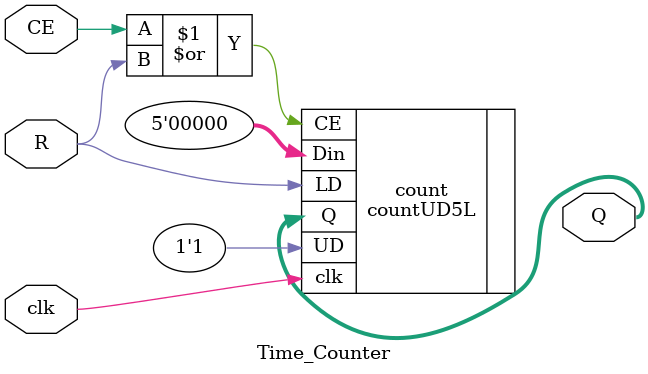
<source format=v>
`timescale 1ns / 1ps

//serves as time counter for flashing for specific intervals of time
module Time_Counter(
    input CE,
    input R,
    input clk,
    output [4:0] Q
    );
//always incrementing counter
countUD5L count(.UD(1'b1), .CE(CE|R), .LD(R), .Din(5'h00), .clk(clk), .Q(Q));

endmodule

</source>
